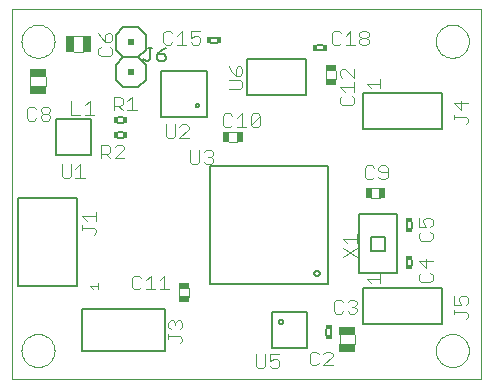
<source format=gto>
G75*
G70*
%OFA0B0*%
%FSLAX24Y24*%
%IPPOS*%
%LPD*%
%AMOC8*
5,1,8,0,0,1.08239X$1,22.5*
%
%ADD10C,0.0000*%
%ADD11C,0.0050*%
%ADD12C,0.0040*%
%ADD13C,0.0060*%
%ADD14R,0.0236X0.0118*%
%ADD15R,0.0571X0.0295*%
%ADD16R,0.0295X0.0571*%
%ADD17R,0.0118X0.0236*%
%ADD18C,0.0030*%
%ADD19R,0.0197X0.0374*%
%ADD20R,0.0374X0.0197*%
%ADD21R,0.0200X0.0200*%
D10*
X000325Y000160D02*
X000325Y012469D01*
X015976Y012469D01*
X015976Y000160D01*
X000325Y000160D01*
X000649Y001098D02*
X000651Y001145D01*
X000657Y001191D01*
X000667Y001237D01*
X000680Y001282D01*
X000698Y001325D01*
X000719Y001367D01*
X000743Y001407D01*
X000771Y001444D01*
X000802Y001479D01*
X000836Y001512D01*
X000872Y001541D01*
X000911Y001567D01*
X000952Y001590D01*
X000995Y001609D01*
X001039Y001625D01*
X001084Y001637D01*
X001130Y001645D01*
X001177Y001649D01*
X001223Y001649D01*
X001270Y001645D01*
X001316Y001637D01*
X001361Y001625D01*
X001405Y001609D01*
X001448Y001590D01*
X001489Y001567D01*
X001528Y001541D01*
X001564Y001512D01*
X001598Y001479D01*
X001629Y001444D01*
X001657Y001407D01*
X001681Y001367D01*
X001702Y001325D01*
X001720Y001282D01*
X001733Y001237D01*
X001743Y001191D01*
X001749Y001145D01*
X001751Y001098D01*
X001749Y001051D01*
X001743Y001005D01*
X001733Y000959D01*
X001720Y000914D01*
X001702Y000871D01*
X001681Y000829D01*
X001657Y000789D01*
X001629Y000752D01*
X001598Y000717D01*
X001564Y000684D01*
X001528Y000655D01*
X001489Y000629D01*
X001448Y000606D01*
X001405Y000587D01*
X001361Y000571D01*
X001316Y000559D01*
X001270Y000551D01*
X001223Y000547D01*
X001177Y000547D01*
X001130Y000551D01*
X001084Y000559D01*
X001039Y000571D01*
X000995Y000587D01*
X000952Y000606D01*
X000911Y000629D01*
X000872Y000655D01*
X000836Y000684D01*
X000802Y000717D01*
X000771Y000752D01*
X000743Y000789D01*
X000719Y000829D01*
X000698Y000871D01*
X000680Y000914D01*
X000667Y000959D01*
X000657Y001005D01*
X000651Y001051D01*
X000649Y001098D01*
X000649Y011410D02*
X000651Y011457D01*
X000657Y011503D01*
X000667Y011549D01*
X000680Y011594D01*
X000698Y011637D01*
X000719Y011679D01*
X000743Y011719D01*
X000771Y011756D01*
X000802Y011791D01*
X000836Y011824D01*
X000872Y011853D01*
X000911Y011879D01*
X000952Y011902D01*
X000995Y011921D01*
X001039Y011937D01*
X001084Y011949D01*
X001130Y011957D01*
X001177Y011961D01*
X001223Y011961D01*
X001270Y011957D01*
X001316Y011949D01*
X001361Y011937D01*
X001405Y011921D01*
X001448Y011902D01*
X001489Y011879D01*
X001528Y011853D01*
X001564Y011824D01*
X001598Y011791D01*
X001629Y011756D01*
X001657Y011719D01*
X001681Y011679D01*
X001702Y011637D01*
X001720Y011594D01*
X001733Y011549D01*
X001743Y011503D01*
X001749Y011457D01*
X001751Y011410D01*
X001749Y011363D01*
X001743Y011317D01*
X001733Y011271D01*
X001720Y011226D01*
X001702Y011183D01*
X001681Y011141D01*
X001657Y011101D01*
X001629Y011064D01*
X001598Y011029D01*
X001564Y010996D01*
X001528Y010967D01*
X001489Y010941D01*
X001448Y010918D01*
X001405Y010899D01*
X001361Y010883D01*
X001316Y010871D01*
X001270Y010863D01*
X001223Y010859D01*
X001177Y010859D01*
X001130Y010863D01*
X001084Y010871D01*
X001039Y010883D01*
X000995Y010899D01*
X000952Y010918D01*
X000911Y010941D01*
X000872Y010967D01*
X000836Y010996D01*
X000802Y011029D01*
X000771Y011064D01*
X000743Y011101D01*
X000719Y011141D01*
X000698Y011183D01*
X000680Y011226D01*
X000667Y011271D01*
X000657Y011317D01*
X000651Y011363D01*
X000649Y011410D01*
X014462Y011410D02*
X014464Y011457D01*
X014470Y011503D01*
X014480Y011549D01*
X014493Y011594D01*
X014511Y011637D01*
X014532Y011679D01*
X014556Y011719D01*
X014584Y011756D01*
X014615Y011791D01*
X014649Y011824D01*
X014685Y011853D01*
X014724Y011879D01*
X014765Y011902D01*
X014808Y011921D01*
X014852Y011937D01*
X014897Y011949D01*
X014943Y011957D01*
X014990Y011961D01*
X015036Y011961D01*
X015083Y011957D01*
X015129Y011949D01*
X015174Y011937D01*
X015218Y011921D01*
X015261Y011902D01*
X015302Y011879D01*
X015341Y011853D01*
X015377Y011824D01*
X015411Y011791D01*
X015442Y011756D01*
X015470Y011719D01*
X015494Y011679D01*
X015515Y011637D01*
X015533Y011594D01*
X015546Y011549D01*
X015556Y011503D01*
X015562Y011457D01*
X015564Y011410D01*
X015562Y011363D01*
X015556Y011317D01*
X015546Y011271D01*
X015533Y011226D01*
X015515Y011183D01*
X015494Y011141D01*
X015470Y011101D01*
X015442Y011064D01*
X015411Y011029D01*
X015377Y010996D01*
X015341Y010967D01*
X015302Y010941D01*
X015261Y010918D01*
X015218Y010899D01*
X015174Y010883D01*
X015129Y010871D01*
X015083Y010863D01*
X015036Y010859D01*
X014990Y010859D01*
X014943Y010863D01*
X014897Y010871D01*
X014852Y010883D01*
X014808Y010899D01*
X014765Y010918D01*
X014724Y010941D01*
X014685Y010967D01*
X014649Y010996D01*
X014615Y011029D01*
X014584Y011064D01*
X014556Y011101D01*
X014532Y011141D01*
X014511Y011183D01*
X014493Y011226D01*
X014480Y011271D01*
X014470Y011317D01*
X014464Y011363D01*
X014462Y011410D01*
X014462Y001098D02*
X014464Y001145D01*
X014470Y001191D01*
X014480Y001237D01*
X014493Y001282D01*
X014511Y001325D01*
X014532Y001367D01*
X014556Y001407D01*
X014584Y001444D01*
X014615Y001479D01*
X014649Y001512D01*
X014685Y001541D01*
X014724Y001567D01*
X014765Y001590D01*
X014808Y001609D01*
X014852Y001625D01*
X014897Y001637D01*
X014943Y001645D01*
X014990Y001649D01*
X015036Y001649D01*
X015083Y001645D01*
X015129Y001637D01*
X015174Y001625D01*
X015218Y001609D01*
X015261Y001590D01*
X015302Y001567D01*
X015341Y001541D01*
X015377Y001512D01*
X015411Y001479D01*
X015442Y001444D01*
X015470Y001407D01*
X015494Y001367D01*
X015515Y001325D01*
X015533Y001282D01*
X015546Y001237D01*
X015556Y001191D01*
X015562Y001145D01*
X015564Y001098D01*
X015562Y001051D01*
X015556Y001005D01*
X015546Y000959D01*
X015533Y000914D01*
X015515Y000871D01*
X015494Y000829D01*
X015470Y000789D01*
X015442Y000752D01*
X015411Y000717D01*
X015377Y000684D01*
X015341Y000655D01*
X015302Y000629D01*
X015261Y000606D01*
X015218Y000587D01*
X015174Y000571D01*
X015129Y000559D01*
X015083Y000551D01*
X015036Y000547D01*
X014990Y000547D01*
X014943Y000551D01*
X014897Y000559D01*
X014852Y000571D01*
X014808Y000587D01*
X014765Y000606D01*
X014724Y000629D01*
X014685Y000655D01*
X014649Y000684D01*
X014615Y000717D01*
X014584Y000752D01*
X014556Y000789D01*
X014532Y000829D01*
X014511Y000871D01*
X014493Y000914D01*
X014480Y000959D01*
X014470Y001005D01*
X014464Y001051D01*
X014462Y001098D01*
D11*
X014681Y001998D02*
X014681Y003198D01*
X012031Y003198D01*
X012031Y001998D01*
X014681Y001998D01*
X013174Y003676D02*
X011914Y003676D01*
X011914Y005644D01*
X013174Y005644D01*
X013174Y003676D01*
X012780Y004424D02*
X012308Y004424D01*
X012308Y004896D01*
X012780Y004896D01*
X012780Y004424D01*
X010856Y003316D02*
X006919Y003316D01*
X006919Y007254D01*
X010856Y007254D01*
X010856Y003316D01*
X010414Y003671D02*
X010416Y003689D01*
X010422Y003707D01*
X010431Y003723D01*
X010443Y003736D01*
X010458Y003747D01*
X010475Y003755D01*
X010493Y003759D01*
X010511Y003759D01*
X010529Y003755D01*
X010546Y003747D01*
X010561Y003736D01*
X010573Y003723D01*
X010582Y003707D01*
X010588Y003689D01*
X010590Y003671D01*
X010588Y003653D01*
X010582Y003635D01*
X010573Y003619D01*
X010561Y003606D01*
X010546Y003595D01*
X010529Y003587D01*
X010511Y003583D01*
X010493Y003583D01*
X010475Y003587D01*
X010458Y003595D01*
X010443Y003606D01*
X010431Y003619D01*
X010422Y003635D01*
X010416Y003653D01*
X010414Y003671D01*
X010166Y002376D02*
X008984Y002376D01*
X008984Y001194D01*
X010166Y001194D01*
X010166Y002376D01*
X009228Y002061D02*
X009230Y002077D01*
X009236Y002093D01*
X009245Y002107D01*
X009257Y002118D01*
X009271Y002126D01*
X009287Y002131D01*
X009303Y002132D01*
X009319Y002129D01*
X009334Y002122D01*
X009348Y002113D01*
X009358Y002100D01*
X009366Y002085D01*
X009370Y002069D01*
X009370Y002053D01*
X009366Y002037D01*
X009358Y002022D01*
X009348Y002009D01*
X009335Y002000D01*
X009319Y001993D01*
X009303Y001990D01*
X009287Y001991D01*
X009271Y001996D01*
X009257Y002004D01*
X009245Y002015D01*
X009236Y002029D01*
X009230Y002045D01*
X009228Y002061D01*
X005425Y002485D02*
X005425Y001085D01*
X002675Y001085D01*
X002675Y002485D01*
X005425Y002485D01*
X002500Y003246D02*
X000532Y003246D01*
X000532Y006199D01*
X002500Y006199D01*
X002500Y003246D01*
X002978Y007632D02*
X001797Y007632D01*
X001797Y008813D01*
X002978Y008813D01*
X002978Y007632D01*
X005307Y008892D02*
X005307Y010428D01*
X006843Y010428D01*
X006843Y008892D01*
X005307Y008892D01*
X006452Y009266D02*
X006454Y009280D01*
X006460Y009294D01*
X006468Y009306D01*
X006480Y009314D01*
X006494Y009320D01*
X006508Y009322D01*
X006522Y009320D01*
X006536Y009314D01*
X006548Y009306D01*
X006556Y009294D01*
X006562Y009280D01*
X006564Y009266D01*
X006562Y009252D01*
X006556Y009238D01*
X006548Y009226D01*
X006536Y009218D01*
X006522Y009212D01*
X006508Y009210D01*
X006494Y009212D01*
X006480Y009218D01*
X006468Y009226D01*
X006460Y009238D01*
X006454Y009252D01*
X006452Y009266D01*
X008153Y009632D02*
X008153Y010813D01*
X010122Y010813D01*
X010122Y009632D01*
X008153Y009632D01*
X005470Y010821D02*
X005470Y010896D01*
X005395Y010971D01*
X005170Y010971D01*
X005170Y010821D01*
X005245Y010746D01*
X005395Y010746D01*
X005470Y010821D01*
X005170Y010971D02*
X005320Y011122D01*
X005470Y011197D01*
X005009Y011197D02*
X004859Y011197D01*
X004934Y011197D02*
X004934Y010821D01*
X004859Y010746D01*
X004784Y010746D01*
X004709Y010821D01*
X012031Y009698D02*
X012031Y008498D01*
X014681Y008498D01*
X014681Y009698D01*
X012031Y009698D01*
D12*
X011730Y009734D02*
X011730Y010041D01*
X011730Y009888D02*
X011270Y009888D01*
X011423Y009734D01*
X011346Y009581D02*
X011270Y009504D01*
X011270Y009351D01*
X011346Y009274D01*
X011653Y009274D01*
X011730Y009351D01*
X011730Y009504D01*
X011653Y009581D01*
X012151Y009996D02*
X012611Y009996D01*
X012611Y009843D02*
X012611Y010149D01*
X012304Y009843D02*
X012151Y009996D01*
X011730Y010195D02*
X011423Y010502D01*
X011346Y010502D01*
X011270Y010425D01*
X011270Y010271D01*
X011346Y010195D01*
X011120Y010145D02*
X011120Y010425D01*
X010785Y010425D02*
X010785Y010145D01*
X011730Y010195D02*
X011730Y010502D01*
X011762Y011286D02*
X011455Y011286D01*
X011609Y011286D02*
X011609Y011747D01*
X011455Y011593D01*
X011302Y011670D02*
X011225Y011747D01*
X011072Y011747D01*
X010995Y011670D01*
X010995Y011363D01*
X011072Y011286D01*
X011225Y011286D01*
X011302Y011363D01*
X011916Y011363D02*
X011916Y011440D01*
X011993Y011516D01*
X012146Y011516D01*
X012223Y011440D01*
X012223Y011363D01*
X012146Y011286D01*
X011993Y011286D01*
X011916Y011363D01*
X011993Y011516D02*
X011916Y011593D01*
X011916Y011670D01*
X011993Y011747D01*
X012146Y011747D01*
X012223Y011670D01*
X012223Y011593D01*
X012146Y011516D01*
X015076Y009348D02*
X015306Y009118D01*
X015306Y009424D01*
X015536Y009348D02*
X015076Y009348D01*
X015076Y008964D02*
X015076Y008811D01*
X015076Y008887D02*
X015460Y008887D01*
X015536Y008811D01*
X015536Y008734D01*
X015460Y008657D01*
X012854Y007201D02*
X012854Y006894D01*
X012777Y006818D01*
X012624Y006818D01*
X012547Y006894D01*
X012394Y006894D02*
X012317Y006818D01*
X012163Y006818D01*
X012087Y006894D01*
X012087Y007201D01*
X012163Y007278D01*
X012317Y007278D01*
X012394Y007201D01*
X012547Y007201D02*
X012547Y007124D01*
X012624Y007048D01*
X012854Y007048D01*
X012854Y007201D02*
X012777Y007278D01*
X012624Y007278D01*
X012547Y007201D01*
X012590Y006512D02*
X012310Y006512D01*
X012310Y006177D02*
X012590Y006177D01*
X013895Y005527D02*
X013895Y005220D01*
X014125Y005220D01*
X014048Y005373D01*
X014048Y005450D01*
X014125Y005527D01*
X014278Y005527D01*
X014355Y005450D01*
X014355Y005296D01*
X014278Y005220D01*
X014278Y005066D02*
X014355Y004989D01*
X014355Y004836D01*
X014278Y004759D01*
X013971Y004759D01*
X013895Y004836D01*
X013895Y004989D01*
X013971Y005066D01*
X014125Y004152D02*
X014125Y003845D01*
X013895Y004075D01*
X014355Y004075D01*
X014278Y003691D02*
X014355Y003614D01*
X014355Y003461D01*
X014278Y003384D01*
X013971Y003384D01*
X013895Y003461D01*
X013895Y003614D01*
X013971Y003691D01*
X015076Y002924D02*
X015076Y002618D01*
X015306Y002618D01*
X015229Y002771D01*
X015229Y002848D01*
X015306Y002924D01*
X015460Y002924D01*
X015536Y002848D01*
X015536Y002694D01*
X015460Y002618D01*
X015460Y002387D02*
X015076Y002387D01*
X015076Y002311D02*
X015076Y002464D01*
X015460Y002387D02*
X015536Y002311D01*
X015536Y002234D01*
X015460Y002157D01*
X012611Y003343D02*
X012611Y003649D01*
X012611Y003496D02*
X012151Y003496D01*
X012304Y003343D01*
X011748Y002790D02*
X011825Y002714D01*
X011825Y002637D01*
X011748Y002560D01*
X011825Y002483D01*
X011825Y002407D01*
X011748Y002330D01*
X011595Y002330D01*
X011518Y002407D01*
X011364Y002407D02*
X011288Y002330D01*
X011134Y002330D01*
X011058Y002407D01*
X011058Y002714D01*
X011134Y002790D01*
X011288Y002790D01*
X011364Y002714D01*
X011518Y002714D02*
X011595Y002790D01*
X011748Y002790D01*
X011748Y002560D02*
X011671Y002560D01*
X011772Y001623D02*
X011772Y001323D01*
X011253Y001323D02*
X011253Y001613D01*
X010942Y001065D02*
X010788Y001065D01*
X010712Y000989D01*
X010558Y000989D02*
X010481Y001065D01*
X010328Y001065D01*
X010251Y000989D01*
X010251Y000682D01*
X010328Y000605D01*
X010481Y000605D01*
X010558Y000682D01*
X010712Y000605D02*
X011019Y000912D01*
X011019Y000989D01*
X010942Y001065D01*
X011019Y000605D02*
X010712Y000605D01*
X009230Y000602D02*
X009154Y000525D01*
X009000Y000525D01*
X008924Y000602D01*
X008924Y000756D02*
X009077Y000832D01*
X009154Y000832D01*
X009230Y000756D01*
X009230Y000602D01*
X008924Y000756D02*
X008924Y000986D01*
X009230Y000986D01*
X008770Y000986D02*
X008770Y000602D01*
X008693Y000525D01*
X008540Y000525D01*
X008463Y000602D01*
X008463Y000986D01*
X006005Y001421D02*
X005928Y001345D01*
X006005Y001421D02*
X006005Y001498D01*
X005928Y001575D01*
X005545Y001575D01*
X005545Y001498D02*
X005545Y001652D01*
X005621Y001805D02*
X005545Y001882D01*
X005545Y002035D01*
X005621Y002112D01*
X005698Y002112D01*
X005775Y002035D01*
X005852Y002112D01*
X005928Y002112D01*
X006005Y002035D01*
X006005Y001882D01*
X005928Y001805D01*
X005775Y001958D02*
X005775Y002035D01*
X005910Y002895D02*
X005910Y003175D01*
X006245Y003175D02*
X006245Y002895D01*
X005566Y003136D02*
X005260Y003136D01*
X005413Y003136D02*
X005413Y003597D01*
X005260Y003443D01*
X004953Y003597D02*
X004953Y003136D01*
X005106Y003136D02*
X004799Y003136D01*
X004646Y003213D02*
X004569Y003136D01*
X004415Y003136D01*
X004339Y003213D01*
X004339Y003520D01*
X004415Y003597D01*
X004569Y003597D01*
X004646Y003520D01*
X004799Y003443D02*
X004953Y003597D01*
X003138Y005040D02*
X003138Y005117D01*
X003061Y005194D01*
X002678Y005194D01*
X002678Y005270D02*
X002678Y005117D01*
X002831Y005424D02*
X002678Y005577D01*
X003138Y005577D01*
X003138Y005424D02*
X003138Y005731D01*
X003138Y005040D02*
X003061Y004963D01*
X002754Y006852D02*
X002447Y006852D01*
X002601Y006852D02*
X002601Y007313D01*
X002447Y007159D01*
X002294Y007313D02*
X002294Y006929D01*
X002217Y006852D01*
X002063Y006852D01*
X001987Y006929D01*
X001987Y007313D01*
X003299Y007505D02*
X003299Y007965D01*
X003529Y007965D01*
X003606Y007889D01*
X003606Y007735D01*
X003529Y007658D01*
X003299Y007658D01*
X003453Y007658D02*
X003606Y007505D01*
X003760Y007505D02*
X004067Y007812D01*
X004067Y007889D01*
X003990Y007965D01*
X003836Y007965D01*
X003760Y007889D01*
X003760Y007505D02*
X004067Y007505D01*
X005455Y008257D02*
X005455Y008640D01*
X005762Y008640D02*
X005762Y008257D01*
X005686Y008180D01*
X005532Y008180D01*
X005455Y008257D01*
X005916Y008180D02*
X006223Y008487D01*
X006223Y008564D01*
X006146Y008640D01*
X005993Y008640D01*
X005916Y008564D01*
X005916Y008180D02*
X006223Y008180D01*
X006264Y007783D02*
X006264Y007399D01*
X006341Y007323D01*
X006494Y007323D01*
X006571Y007399D01*
X006571Y007783D01*
X006725Y007706D02*
X006801Y007783D01*
X006955Y007783D01*
X007032Y007706D01*
X007032Y007630D01*
X006955Y007553D01*
X007032Y007476D01*
X007032Y007399D01*
X006955Y007323D01*
X006801Y007323D01*
X006725Y007399D01*
X006878Y007553D02*
X006955Y007553D01*
X007560Y008058D02*
X007840Y008058D01*
X007840Y008393D02*
X007560Y008393D01*
X007600Y008543D02*
X007447Y008543D01*
X007370Y008619D01*
X007370Y008926D01*
X007447Y009003D01*
X007600Y009003D01*
X007677Y008926D01*
X007830Y008849D02*
X007984Y009003D01*
X007984Y008543D01*
X008137Y008543D02*
X007830Y008543D01*
X007677Y008619D02*
X007600Y008543D01*
X008291Y008619D02*
X008598Y008926D01*
X008598Y008619D01*
X008521Y008543D01*
X008368Y008543D01*
X008291Y008619D01*
X008291Y008926D01*
X008368Y009003D01*
X008521Y009003D01*
X008598Y008926D01*
X007938Y009807D02*
X007554Y009807D01*
X007938Y009807D02*
X008015Y009884D01*
X008015Y010037D01*
X007938Y010114D01*
X007554Y010114D01*
X007785Y010268D02*
X007785Y010498D01*
X007861Y010575D01*
X007938Y010575D01*
X008015Y010498D01*
X008015Y010344D01*
X007938Y010268D01*
X007785Y010268D01*
X007631Y010421D01*
X007554Y010575D01*
X006604Y011369D02*
X006527Y011293D01*
X006374Y011293D01*
X006297Y011369D01*
X006144Y011293D02*
X005837Y011293D01*
X005990Y011293D02*
X005990Y011753D01*
X005837Y011599D01*
X005683Y011676D02*
X005606Y011753D01*
X005453Y011753D01*
X005376Y011676D01*
X005376Y011369D01*
X005453Y011293D01*
X005606Y011293D01*
X005683Y011369D01*
X006297Y011523D02*
X006450Y011599D01*
X006527Y011599D01*
X006604Y011523D01*
X006604Y011369D01*
X006297Y011523D02*
X006297Y011753D01*
X006604Y011753D01*
X004334Y009565D02*
X004334Y009105D01*
X004487Y009105D02*
X004180Y009105D01*
X004027Y009105D02*
X003873Y009258D01*
X003950Y009258D02*
X003720Y009258D01*
X003720Y009105D02*
X003720Y009565D01*
X003950Y009565D01*
X004027Y009489D01*
X004027Y009335D01*
X003950Y009258D01*
X004180Y009412D02*
X004334Y009565D01*
X003072Y008964D02*
X002766Y008964D01*
X002919Y008964D02*
X002919Y009424D01*
X002766Y009271D01*
X002305Y009424D02*
X002305Y008964D01*
X002612Y008964D01*
X001606Y008921D02*
X001606Y008844D01*
X001529Y008768D01*
X001376Y008768D01*
X001299Y008844D01*
X001299Y008921D01*
X001376Y008998D01*
X001529Y008998D01*
X001606Y008921D01*
X001529Y008998D02*
X001606Y009074D01*
X001606Y009151D01*
X001529Y009228D01*
X001376Y009228D01*
X001299Y009151D01*
X001299Y009074D01*
X001376Y008998D01*
X001146Y009151D02*
X001069Y009228D01*
X000915Y009228D01*
X000839Y009151D01*
X000839Y008844D01*
X000915Y008768D01*
X001069Y008768D01*
X001146Y008844D01*
X000940Y009916D02*
X000940Y010206D01*
X001460Y010216D02*
X001460Y009916D01*
X002394Y011056D02*
X002694Y011056D01*
X003213Y010998D02*
X003290Y010922D01*
X003597Y010922D01*
X003674Y010998D01*
X003674Y011152D01*
X003597Y011229D01*
X003290Y011229D02*
X003213Y011152D01*
X003213Y010998D01*
X003444Y011382D02*
X003444Y011612D01*
X003520Y011689D01*
X003597Y011689D01*
X003674Y011612D01*
X003674Y011459D01*
X003597Y011382D01*
X003444Y011382D01*
X003290Y011536D01*
X003213Y011689D01*
X002684Y011576D02*
X002394Y011576D01*
X011363Y004833D02*
X011823Y004833D01*
X011823Y004680D02*
X011823Y004987D01*
X011516Y004680D02*
X011363Y004833D01*
X011363Y004527D02*
X011823Y004220D01*
X011823Y004527D02*
X011363Y004220D01*
D13*
X013487Y004131D02*
X013487Y003939D01*
X013663Y003939D02*
X013663Y004131D01*
X013663Y005189D02*
X013663Y005381D01*
X013487Y005381D02*
X013487Y005189D01*
X010976Y001819D02*
X010976Y001626D01*
X010799Y001626D02*
X010799Y001819D01*
X004046Y008197D02*
X003854Y008197D01*
X003854Y008373D02*
X004046Y008373D01*
X004046Y008697D02*
X003854Y008697D01*
X003854Y008873D02*
X004046Y008873D01*
X004044Y009879D02*
X003794Y010129D01*
X003794Y010629D01*
X004044Y010879D01*
X003794Y011129D01*
X003794Y011629D01*
X004044Y011879D01*
X004544Y011879D01*
X004794Y011629D01*
X004794Y011129D01*
X004544Y010879D01*
X004794Y010629D01*
X004794Y010129D01*
X004544Y009879D01*
X004044Y009879D01*
X004044Y010879D02*
X004544Y010879D01*
X006979Y011353D02*
X007171Y011353D01*
X007171Y011529D02*
X006979Y011529D01*
X010510Y011279D02*
X010703Y011279D01*
X010703Y011103D02*
X010510Y011103D01*
D14*
X013577Y005446D03*
X013577Y005126D03*
X013573Y004194D03*
X013573Y003874D03*
X010889Y001883D03*
X010889Y001563D03*
D15*
X011513Y001755D03*
X011513Y001185D03*
X001200Y009779D03*
X001200Y010349D03*
D16*
X002256Y011316D03*
X002826Y011316D03*
D17*
X003791Y008783D03*
X004111Y008783D03*
X004109Y008287D03*
X003789Y008287D03*
X006916Y011439D03*
X007236Y011439D03*
X010445Y011193D03*
X010765Y011193D03*
D18*
X003210Y003346D02*
X003210Y003153D01*
X003210Y003249D02*
X002920Y003249D01*
X003017Y003153D01*
D19*
X007468Y008225D03*
X007928Y008225D03*
X012222Y006345D03*
X012682Y006345D03*
D20*
X010952Y010057D03*
X010952Y010517D03*
X006077Y003267D03*
X006077Y002807D03*
D21*
X004294Y010379D03*
X004294Y011379D03*
M02*

</source>
